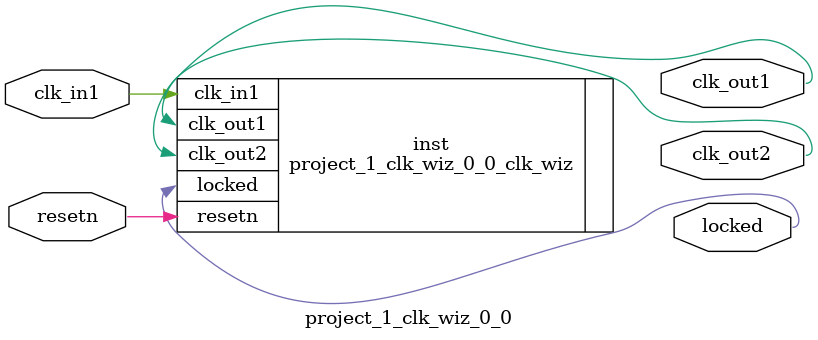
<source format=v>


`timescale 1ps/1ps

(* CORE_GENERATION_INFO = "project_1_clk_wiz_0_0,clk_wiz_v6_0_13_0_0,{component_name=project_1_clk_wiz_0_0,use_phase_alignment=false,use_min_o_jitter=false,use_max_i_jitter=false,use_dyn_phase_shift=false,use_inclk_switchover=false,use_dyn_reconfig=false,enable_axi=0,feedback_source=FDBK_AUTO,PRIMITIVE=MMCM,num_out_clk=2,clkin1_period=10.000,clkin2_period=10.000,use_power_down=false,use_reset=true,use_locked=true,use_inclk_stopped=false,feedback_type=SINGLE,CLOCK_MGR_TYPE=NA,manual_override=false}" *)

module project_1_clk_wiz_0_0 
 (
  // Clock out ports
  output        clk_out1,
  output        clk_out2,
  // Status and control signals
  input         resetn,
  output        locked,
 // Clock in ports
  input         clk_in1
 );

  project_1_clk_wiz_0_0_clk_wiz inst
  (
  // Clock out ports  
  .clk_out1(clk_out1),
  .clk_out2(clk_out2),
  // Status and control signals               
  .resetn(resetn), 
  .locked(locked),
 // Clock in ports
  .clk_in1(clk_in1)
  );

endmodule

</source>
